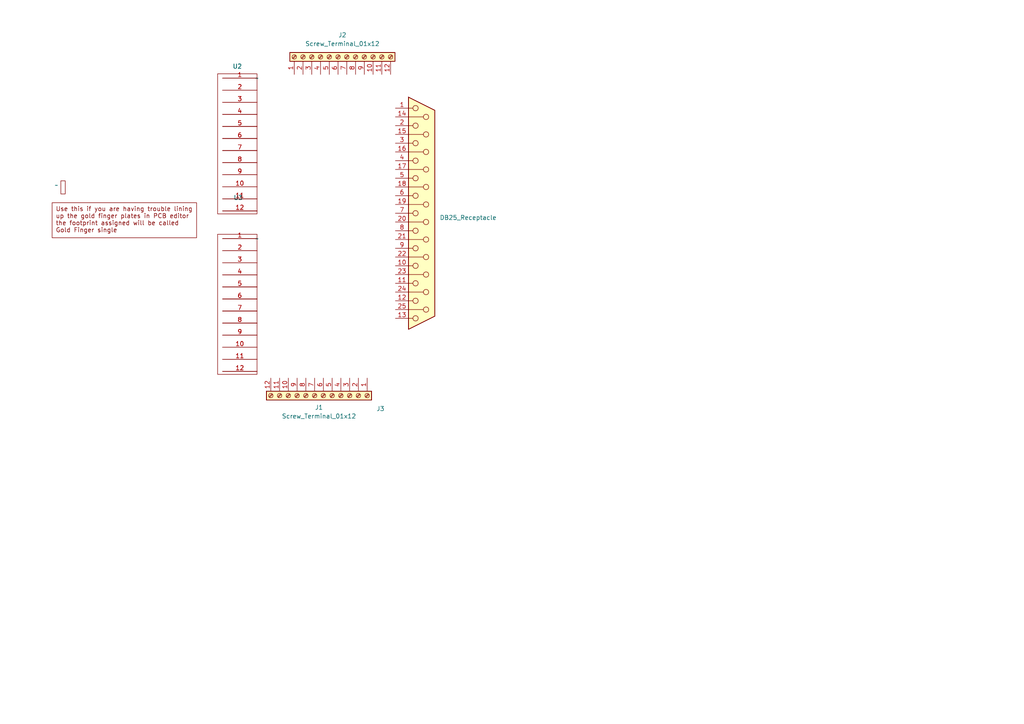
<source format=kicad_sch>
(kicad_sch (version 20230121) (generator eeschema)
  (paper "A4")
  (lib_symbols
    (symbol "libary_bms:DB25_Receptacle" (pin_names (offset 1.016) hide)
      (property "Reference" "J" (at 0 34.29 0))
      (property "Value" "DB25_Receptacle" (at 0 -34.925 0))
      (symbol "DB25_Receptacle_0_1"
        (circle (center -1.778 -30.48) (radius 0.762))
        (circle (center -1.778 -25.4) (radius 0.762))
        (circle (center -1.778 -20.32) (radius 0.762))
        (circle (center -1.778 -15.24) (radius 0.762))
        (circle (center -1.778 -10.16) (radius 0.762))
        (circle (center -1.778 -5.08) (radius 0.762))
        (circle (center -1.778 0) (radius 0.762))
        (circle (center -1.778 5.08) (radius 0.762))
        (circle (center -1.778 10.16) (radius 0.762))
        (circle (center -1.778 15.24) (radius 0.762))
        (circle (center -1.778 20.32) (radius 0.762))
        (circle (center -1.778 25.4) (radius 0.762))
        (circle (center -1.778 30.48) (radius 0.762))
        (polyline (pts (xy -3.81 -30.48) (xy -2.54 -30.48)))
        (polyline (pts (xy -3.81 -27.94) (xy 0.508 -27.94)))
        (polyline (pts (xy -3.81 -25.4) (xy -2.54 -25.4)))
        (polyline (pts (xy -3.81 -22.86) (xy 0.508 -22.86)))
        (polyline (pts (xy -3.81 -20.32) (xy -2.54 -20.32)))
        (polyline (pts (xy -3.81 -17.78) (xy 0.508 -17.78)))
        (polyline (pts (xy -3.81 -15.24) (xy -2.54 -15.24)))
        (polyline (pts (xy -3.81 -12.7) (xy 0.508 -12.7)))
        (polyline (pts (xy -3.81 -10.16) (xy -2.54 -10.16)))
        (polyline (pts (xy -3.81 -7.62) (xy 0.508 -7.62)))
        (polyline (pts (xy -3.81 -5.08) (xy -2.54 -5.08)))
        (polyline (pts (xy -3.81 -2.54) (xy 0.508 -2.54)))
        (polyline (pts (xy -3.81 0) (xy -2.54 0)))
        (polyline (pts (xy -3.81 2.54) (xy 0.508 2.54)))
        (polyline (pts (xy -3.81 5.08) (xy -2.54 5.08)))
        (polyline (pts (xy -3.81 7.62) (xy 0.508 7.62)))
        (polyline (pts (xy -3.81 10.16) (xy -2.54 10.16)))
        (polyline (pts (xy -3.81 12.7) (xy 0.508 12.7)))
        (polyline (pts (xy -3.81 15.24) (xy -2.54 15.24)))
        (polyline (pts (xy -3.81 17.78) (xy 0.508 17.78)))
        (polyline (pts (xy -3.81 20.32) (xy -2.54 20.32)))
        (polyline (pts (xy -3.81 22.86) (xy 0.508 22.86)))
        (polyline (pts (xy -3.81 25.4) (xy -2.54 25.4)))
        (polyline (pts (xy -3.81 27.94) (xy 0.508 27.94)))
        (polyline (pts (xy -3.81 30.48) (xy -2.54 30.48)))
        (polyline (pts (xy -3.81 33.655) (xy 3.81 29.845) (xy 3.81 -29.845) (xy -3.81 -33.655) (xy -3.81 33.655)) (stroke (width 0.254)) (fill (type background)))
        (circle (center 1.27 -27.94) (radius 0.762))
        (circle (center 1.27 -22.86) (radius 0.762))
        (circle (center 1.27 -17.78) (radius 0.762))
        (circle (center 1.27 -12.7) (radius 0.762))
        (circle (center 1.27 -7.62) (radius 0.762))
        (circle (center 1.27 -2.54) (radius 0.762))
        (circle (center 1.27 2.54) (radius 0.762))
        (circle (center 1.27 7.62) (radius 0.762))
        (circle (center 1.27 12.7) (radius 0.762))
        (circle (center 1.27 17.78) (radius 0.762))
        (circle (center 1.27 22.86) (radius 0.762))
        (circle (center 1.27 27.94) (radius 0.762))
      )
      (symbol "DB25_Receptacle_1_1"
        (pin passive line (at -7.62 30.48 0) (length 3.81) (name "1") (number "1"))
        (pin passive line (at -7.62 -15.24 0) (length 3.81) (name "10") (number "10"))
        (pin passive line (at -7.62 -20.32 0) (length 3.81) (name "11") (number "11"))
        (pin passive line (at -7.62 -25.4 0) (length 3.81) (name "12") (number "12"))
        (pin passive line (at -7.62 -30.48 0) (length 3.81) (name "13") (number "13"))
        (pin passive line (at -7.62 27.94 0) (length 3.81) (name "P14") (number "14"))
        (pin passive line (at -7.62 22.86 0) (length 3.81) (name "P15") (number "15"))
        (pin passive line (at -7.62 17.78 0) (length 3.81) (name "P16") (number "16"))
        (pin passive line (at -7.62 12.7 0) (length 3.81) (name "P17") (number "17"))
        (pin passive line (at -7.62 7.62 0) (length 3.81) (name "P18") (number "18"))
        (pin passive line (at -7.62 2.54 0) (length 3.81) (name "P19") (number "19"))
        (pin passive line (at -7.62 25.4 0) (length 3.81) (name "2") (number "2"))
        (pin passive line (at -7.62 -2.54 0) (length 3.81) (name "P20") (number "20"))
        (pin passive line (at -7.62 -7.62 0) (length 3.81) (name "P21") (number "21"))
        (pin passive line (at -7.62 -12.7 0) (length 3.81) (name "P22") (number "22"))
        (pin passive line (at -7.62 -17.78 0) (length 3.81) (name "P23") (number "23"))
        (pin passive line (at -7.62 -22.86 0) (length 3.81) (name "P24") (number "24"))
        (pin passive line (at -7.62 -27.94 0) (length 3.81) (name "P25") (number "25"))
        (pin passive line (at -7.62 20.32 0) (length 3.81) (name "3") (number "3"))
        (pin passive line (at -7.62 15.24 0) (length 3.81) (name "4") (number "4"))
        (pin passive line (at -7.62 10.16 0) (length 3.81) (name "5") (number "5"))
        (pin passive line (at -7.62 5.08 0) (length 3.81) (name "6") (number "6"))
        (pin passive line (at -7.62 0 0) (length 3.81) (name "7") (number "7"))
        (pin passive line (at -7.62 -5.08 0) (length 3.81) (name "8") (number "8"))
        (pin passive line (at -7.62 -10.16 0) (length 3.81) (name "9") (number "9"))
      )
    )
    (symbol "libary_bms:GoldFingerConnector"
      (property "Reference" "U" (at 0 0 0))
      (symbol "GoldFingerConnector_0_1"
        (rectangle (start 0 -1.27) (end 11.43 39.37))
      )
      (symbol "GoldFingerConnector_1_1"
        (pin input line (at 0 0 0) (length 10) (name "") (number "1"))
        (pin input line (at 0 31.5 0) (length 10) (name "") (number "10"))
        (pin input line (at 0 35 0) (length 10) (name "") (number "11"))
        (pin input line (at 0 38.5 0) (length 10) (name "") (number "12"))
        (pin input line (at 0 3.5 0) (length 10) (name "") (number "2"))
        (pin input line (at 0 7 0) (length 10) (name "") (number "3"))
        (pin input line (at 0 10.5 0) (length 10) (name "") (number "4"))
        (pin input line (at 0 14 0) (length 10) (name "") (number "5"))
        (pin input line (at 0 17.5 0) (length 10) (name "") (number "6"))
        (pin input line (at 0 21 0) (length 10) (name "") (number "7"))
        (pin input line (at 0 24.5 0) (length 10) (name "") (number "8"))
        (pin input line (at 0 28 0) (length 10) (name "") (number "9"))
      )
    )
    (symbol "libary_bms:Goldfingersingle"
      (property "Value" "~" (at 0 0 0))
      (symbol "Goldfingersingle_0_1"
        (rectangle (start 1.27 1.27) (end 2.54 -2.54))
      )
      (symbol "Goldfingersingle_1_1"
        (text_box "Use this if you are having trouble lining up the gold finger plates in PCB editor the footprint assigned will be called Gold Finger single" (at -1.27 -5.08 0) (size 41.91 -10.16) (effects (font (size 1.27 1.27)) (justify left top)))
      )
    )
    (symbol "libary_bms:Screw_Terminal_01x12" (pin_names (offset 1.016) hide)
      (property "Reference" "J" (at 0 15.24 0))
      (property "Value" "Screw_Terminal_01x12" (at 0 -17.78 0))
      (symbol "Screw_Terminal_01x12_1_1"
        (rectangle (start -1.27 13.97) (end 1.27 -16.51) (stroke (width 0.254)) (fill (type background)))
        (circle (center 0 -15.24) (radius 0.635) (stroke (width 0.1524)))
        (circle (center 0 -12.7) (radius 0.635) (stroke (width 0.1524)))
        (circle (center 0 -10.16) (radius 0.635) (stroke (width 0.1524)))
        (circle (center 0 -7.62) (radius 0.635) (stroke (width 0.1524)))
        (circle (center 0 -5.08) (radius 0.635) (stroke (width 0.1524)))
        (circle (center 0 -2.54) (radius 0.635) (stroke (width 0.1524)))
        (polyline (pts (xy -0.5334 -14.9098) (xy 0.3302 -15.748)) (stroke (width 0.1524)))
        (polyline (pts (xy -0.5334 -12.3698) (xy 0.3302 -13.208)) (stroke (width 0.1524)))
        (polyline (pts (xy -0.5334 -9.8298) (xy 0.3302 -10.668)) (stroke (width 0.1524)))
        (polyline (pts (xy -0.5334 -7.2898) (xy 0.3302 -8.128)) (stroke (width 0.1524)))
        (polyline (pts (xy -0.5334 -4.7498) (xy 0.3302 -5.588)) (stroke (width 0.1524)))
        (polyline (pts (xy -0.5334 -2.2098) (xy 0.3302 -3.048)) (stroke (width 0.1524)))
        (polyline (pts (xy -0.5334 0.3302) (xy 0.3302 -0.508)) (stroke (width 0.1524)))
        (polyline (pts (xy -0.5334 2.8702) (xy 0.3302 2.032)) (stroke (width 0.1524)))
        (polyline (pts (xy -0.5334 5.4102) (xy 0.3302 4.572)) (stroke (width 0.1524)))
        (polyline (pts (xy -0.5334 7.9502) (xy 0.3302 7.112)) (stroke (width 0.1524)))
        (polyline (pts (xy -0.5334 10.4902) (xy 0.3302 9.652)) (stroke (width 0.1524)))
        (polyline (pts (xy -0.5334 13.0302) (xy 0.3302 12.192)) (stroke (width 0.1524)))
        (polyline (pts (xy -0.3556 -14.732) (xy 0.508 -15.5702)) (stroke (width 0.1524)))
        (polyline (pts (xy -0.3556 -12.192) (xy 0.508 -13.0302)) (stroke (width 0.1524)))
        (polyline (pts (xy -0.3556 -9.652) (xy 0.508 -10.4902)) (stroke (width 0.1524)))
        (polyline (pts (xy -0.3556 -7.112) (xy 0.508 -7.9502)) (stroke (width 0.1524)))
        (polyline (pts (xy -0.3556 -4.572) (xy 0.508 -5.4102)) (stroke (width 0.1524)))
        (polyline (pts (xy -0.3556 -2.032) (xy 0.508 -2.8702)) (stroke (width 0.1524)))
        (polyline (pts (xy -0.3556 0.508) (xy 0.508 -0.3302)) (stroke (width 0.1524)))
        (polyline (pts (xy -0.3556 3.048) (xy 0.508 2.2098)) (stroke (width 0.1524)))
        (polyline (pts (xy -0.3556 5.588) (xy 0.508 4.7498)) (stroke (width 0.1524)))
        (polyline (pts (xy -0.3556 8.128) (xy 0.508 7.2898)) (stroke (width 0.1524)))
        (polyline (pts (xy -0.3556 10.668) (xy 0.508 9.8298)) (stroke (width 0.1524)))
        (polyline (pts (xy -0.3556 13.208) (xy 0.508 12.3698)) (stroke (width 0.1524)))
        (circle (center 0 0) (radius 0.635) (stroke (width 0.1524)))
        (circle (center 0 2.54) (radius 0.635) (stroke (width 0.1524)))
        (circle (center 0 5.08) (radius 0.635) (stroke (width 0.1524)))
        (circle (center 0 7.62) (radius 0.635) (stroke (width 0.1524)))
        (circle (center 0 10.16) (radius 0.635) (stroke (width 0.1524)))
        (circle (center 0 12.7) (radius 0.635) (stroke (width 0.1524)))
        (pin passive line (at -5.08 12.7 0) (length 3.81) (name "Pin_1") (number "1"))
        (pin passive line (at -5.08 -10.16 0) (length 3.81) (name "Pin_10") (number "10"))
        (pin passive line (at -5.08 -12.7 0) (length 3.81) (name "Pin_11") (number "11"))
        (pin passive line (at -5.08 -15.24 0) (length 3.81) (name "Pin_12") (number "12"))
        (pin passive line (at -5.08 10.16 0) (length 3.81) (name "Pin_2") (number "2"))
        (pin passive line (at -5.08 7.62 0) (length 3.81) (name "Pin_3") (number "3"))
        (pin passive line (at -5.08 5.08 0) (length 3.81) (name "Pin_4") (number "4"))
        (pin passive line (at -5.08 2.54 0) (length 3.81) (name "Pin_5") (number "5"))
        (pin passive line (at -5.08 0 0) (length 3.81) (name "Pin_6") (number "6"))
        (pin passive line (at -5.08 -2.54 0) (length 3.81) (name "Pin_7") (number "7"))
        (pin passive line (at -5.08 -5.08 0) (length 3.81) (name "Pin_8") (number "8"))
        (pin passive line (at -5.08 -7.62 0) (length 3.81) (name "Pin_9") (number "9"))
      )
    )
  )
  (symbol (lib_id "libary_bms:Screw_Terminal_01x12") (at 93.7895 114.7445 270) (unit 1)
    (property "Reference" "J1" (at 92.5195 118.1735 90))
    (property "Value" "Screw_Terminal_01x12" (at 92.5195 120.7135 90))
    (property "Footprint" "infnoise_goldfingers:Gold Finger single" (effects hide))
  )
  (symbol (lib_id "libary_bms:GoldFingerConnector") (at 74.549 69.215 180) (unit 1)
    (property "Reference" "U3" (at 69.088 57.344 0))
    (property "Value" "~" (at 74.549 69.215 0))
    (property "Footprint" "infnoise_goldfingers:Gold Finger PCB" (effects hide))
  )
  (symbol (lib_id "libary_bms:Goldfingersingle") (at 16.383 53.721 0) (unit 1)
    (property "Reference" "U?" (effects hide))
    (property "Value" "~" (at 16.383 53.721 0))
  )
  (symbol (lib_id "libary_bms:DB25_Receptacle") (at 122.301 61.849 0) (unit 1)
    (property "Reference" "J3" (at 109.1565 118.5545 0) (effects (justify left)))
    (property "Value" "DB25_Receptacle" (at 127.508 63.119 0) (effects (justify left)))
    (property "Footprint" "Connector_Dsub:DSUB-25_Male_Horizontal_P2.77x2.54mm_EdgePinOffset9.40mm" (effects hide))
    (property "Datasheet" " ~" (effects hide))
  )
  (symbol (lib_id "libary_bms:GoldFingerConnector") (at 74.549 22.673 180) (unit 1)
    (property "Reference" "U2" (at 68.834 19.244 0))
    (property "Value" "~" (at 74.549 22.673 0))
    (property "Footprint" "infnoise_goldfingers:Gold Finger PCB" (effects hide))
  )
  (symbol (lib_id "libary_bms:Screw_Terminal_01x12") (at 98.044 16.51 90) (unit 1)
    (property "Reference" "J2" (at 99.314 10.16 90))
    (property "Value" "Screw_Terminal_01x12" (at 99.314 12.7 90))
    (property "Footprint" "TerminalBlock_Altech:Altech_AK300_1x12_P5.00mm_45-Degree" (effects hide))
  )
)
</source>
